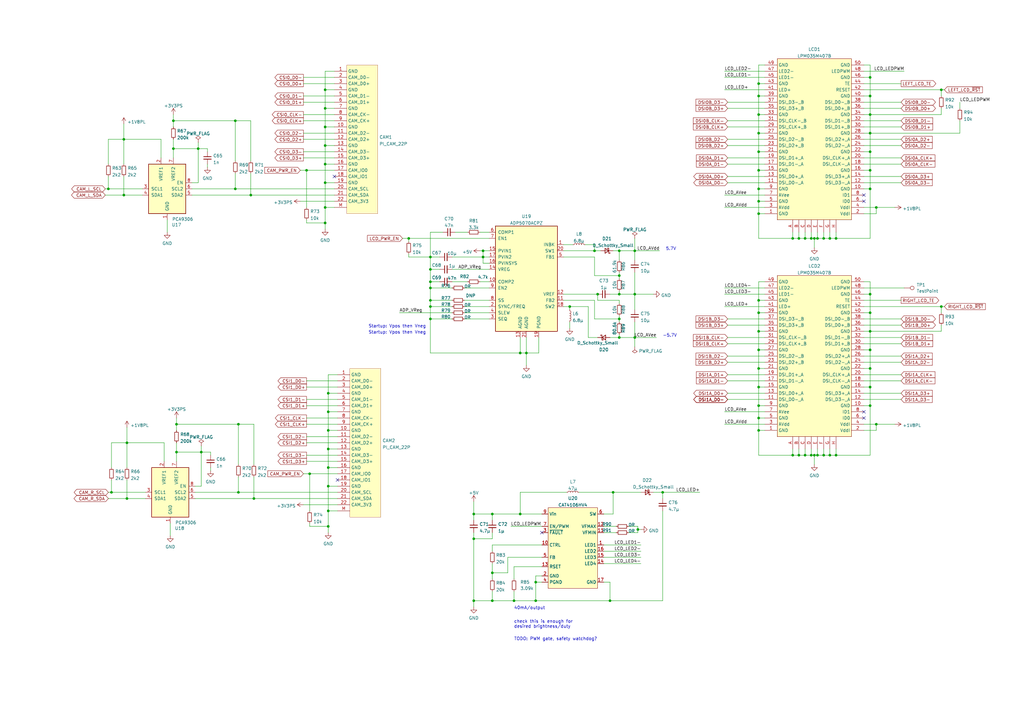
<source format=kicad_sch>
(kicad_sch (version 20211123) (generator eeschema)
  (paper "A3")
  (junction (at 356.87 151.13))
  (junction (at 342.9 97.79))
  (junction (at 96.52 49.53))
  (junction (at 198.12 102.87))
  (junction (at 134.62 215.9))
  (junction (at 311.15 143.51))
  (junction (at 356.87 143.51))
  (junction (at 334.01 97.79))
  (junction (at 356.87 120.65))
  (junction (at 254 102.87))
  (junction (at 311.15 166.37))
  (junction (at 133.35 59.69))
  (junction (at 254 130.81))
  (junction (at 335.28 97.79))
  (junction (at 251.46 201.93))
  (junction (at 311.15 77.47))
  (junction (at 44.45 77.47))
  (junction (at 325.12 97.79))
  (junction (at 340.36 186.69))
  (junction (at 356.87 77.47))
  (junction (at 213.36 144.78))
  (junction (at 194.31 220.98))
  (junction (at 356.87 39.37))
  (junction (at 340.36 97.79))
  (junction (at 311.15 176.53))
  (junction (at 359.41 173.99))
  (junction (at 125.73 69.85))
  (junction (at 260.35 120.65))
  (junction (at 104.14 204.47))
  (junction (at 311.15 69.85))
  (junction (at 133.35 91.44))
  (junction (at 194.31 210.82))
  (junction (at 134.62 161.29))
  (junction (at 327.66 186.69))
  (junction (at 219.71 238.76))
  (junction (at 250.19 246.38))
  (junction (at 359.41 85.09))
  (junction (at 134.62 191.77))
  (junction (at 219.71 246.38))
  (junction (at 311.15 128.27))
  (junction (at 233.68 125.73))
  (junction (at 133.35 52.07))
  (junction (at 311.15 62.23))
  (junction (at 102.87 80.01))
  (junction (at 201.93 234.95))
  (junction (at 97.79 201.93))
  (junction (at 176.53 118.11))
  (junction (at 133.35 85.09))
  (junction (at 176.53 123.19))
  (junction (at 133.35 74.93))
  (junction (at 311.15 123.19))
  (junction (at 311.15 87.63))
  (junction (at 254 120.65))
  (junction (at 72.39 185.42))
  (junction (at 97.79 173.99))
  (junction (at 201.93 246.38))
  (junction (at 134.62 168.91))
  (junction (at 52.07 204.47))
  (junction (at 213.36 210.82))
  (junction (at 332.74 97.79))
  (junction (at 335.28 186.69))
  (junction (at 134.62 199.39))
  (junction (at 356.87 69.85))
  (junction (at 311.15 151.13))
  (junction (at 82.55 185.42))
  (junction (at 133.35 67.31))
  (junction (at 176.53 105.41))
  (junction (at 330.2 97.79))
  (junction (at 356.87 158.75))
  (junction (at 311.15 54.61))
  (junction (at 127 194.31))
  (junction (at 356.87 166.37))
  (junction (at 167.64 97.79))
  (junction (at 386.08 36.83))
  (junction (at 356.87 54.61))
  (junction (at 52.07 181.61))
  (junction (at 50.8 57.15))
  (junction (at 176.53 115.57))
  (junction (at 356.87 62.23))
  (junction (at 96.52 77.47))
  (junction (at 330.2 186.69))
  (junction (at 325.12 186.69))
  (junction (at 176.53 125.73))
  (junction (at 337.82 186.69))
  (junction (at 311.15 39.37))
  (junction (at 176.53 130.81))
  (junction (at 386.08 125.73))
  (junction (at 254 113.03))
  (junction (at 260.35 138.43))
  (junction (at 261.62 217.17))
  (junction (at 311.15 82.55))
  (junction (at 198.12 105.41))
  (junction (at 356.87 135.89))
  (junction (at 45.72 201.93))
  (junction (at 356.87 128.27))
  (junction (at 134.62 209.55))
  (junction (at 134.62 184.15))
  (junction (at 334.01 186.69))
  (junction (at 133.35 44.45))
  (junction (at 337.82 97.79))
  (junction (at 311.15 46.99))
  (junction (at 311.15 158.75))
  (junction (at 176.53 110.49))
  (junction (at 71.12 49.53))
  (junction (at 215.9 144.78))
  (junction (at 194.31 246.38))
  (junction (at 356.87 46.99))
  (junction (at 332.74 186.69))
  (junction (at 201.93 210.82))
  (junction (at 134.62 176.53))
  (junction (at 311.15 34.29))
  (junction (at 133.35 36.83))
  (junction (at 71.12 60.96))
  (junction (at 243.84 102.87))
  (junction (at 311.15 135.89))
  (junction (at 271.78 201.93))
  (junction (at 72.39 173.99))
  (junction (at 342.9 186.69))
  (junction (at 210.82 246.38))
  (junction (at 81.28 60.96))
  (junction (at 245.11 120.65))
  (junction (at 311.15 171.45))
  (junction (at 327.66 97.79))
  (junction (at 260.35 102.87))
  (junction (at 356.87 31.75))
  (junction (at 50.8 80.01))
  (junction (at 254 138.43))
  (no_connect (at 354.33 171.45))
  (no_connect (at 354.33 80.01))
  (no_connect (at 137.16 72.39))
  (no_connect (at 222.25 218.44))
  (no_connect (at 354.33 82.55))
  (no_connect (at 138.43 196.85))
  (no_connect (at 354.33 168.91))
  (wire (pts (xy 327.66 95.25) (xy 327.66 97.79)))
  (wire (pts (xy 356.87 62.23) (xy 356.87 54.61)))
  (wire (pts (xy 251.46 102.87) (xy 254 102.87)))
  (wire (pts (xy 220.98 144.78) (xy 220.98 138.43)))
  (wire (pts (xy 298.45 57.15) (xy 313.69 57.15)))
  (wire (pts (xy 215.9 138.43) (xy 215.9 144.78)))
  (wire (pts (xy 356.87 54.61) (xy 393.7 54.61)))
  (wire (pts (xy 44.45 201.93) (xy 45.72 201.93)))
  (wire (pts (xy 243.84 130.81) (xy 243.84 123.19)))
  (wire (pts (xy 176.53 105.41) (xy 167.64 105.41)))
  (wire (pts (xy 271.78 201.93) (xy 287.02 201.93)))
  (wire (pts (xy 354.33 29.21) (xy 370.84 29.21)))
  (wire (pts (xy 369.57 59.69) (xy 354.33 59.69)))
  (wire (pts (xy 82.55 185.42) (xy 72.39 185.42)))
  (wire (pts (xy 233.68 132.08) (xy 233.68 134.62)))
  (wire (pts (xy 72.39 173.99) (xy 72.39 176.53)))
  (wire (pts (xy 176.53 118.11) (xy 185.42 118.11)))
  (wire (pts (xy 356.87 97.79) (xy 356.87 77.47)))
  (wire (pts (xy 124.46 31.75) (xy 137.16 31.75)))
  (wire (pts (xy 86.36 185.42) (xy 86.36 186.69)))
  (wire (pts (xy 311.15 123.19) (xy 313.69 123.19)))
  (wire (pts (xy 133.35 36.83) (xy 137.16 36.83)))
  (wire (pts (xy 257.81 215.9) (xy 261.62 215.9)))
  (wire (pts (xy 124.46 194.31) (xy 127 194.31)))
  (wire (pts (xy 163.83 128.27) (xy 185.42 128.27)))
  (wire (pts (xy 254 119.38) (xy 254 120.65)))
  (wire (pts (xy 356.87 128.27) (xy 356.87 120.65)))
  (wire (pts (xy 133.35 59.69) (xy 137.16 59.69)))
  (wire (pts (xy 369.57 41.91) (xy 354.33 41.91)))
  (wire (pts (xy 298.45 138.43) (xy 313.69 138.43)))
  (wire (pts (xy 354.33 135.89) (xy 356.87 135.89)))
  (wire (pts (xy 369.57 153.67) (xy 354.33 153.67)))
  (wire (pts (xy 369.57 133.35) (xy 354.33 133.35)))
  (wire (pts (xy 340.36 186.69) (xy 337.82 186.69)))
  (wire (pts (xy 176.53 105.41) (xy 176.53 95.25)))
  (wire (pts (xy 356.87 151.13) (xy 356.87 143.51)))
  (wire (pts (xy 260.35 102.87) (xy 254 102.87)))
  (wire (pts (xy 124.46 41.91) (xy 137.16 41.91)))
  (wire (pts (xy 125.73 91.44) (xy 133.35 91.44)))
  (wire (pts (xy 247.65 223.52) (xy 262.89 223.52)))
  (wire (pts (xy 297.18 125.73) (xy 313.69 125.73)))
  (wire (pts (xy 254 130.81) (xy 243.84 130.81)))
  (wire (pts (xy 354.33 123.19) (xy 369.57 123.19)))
  (wire (pts (xy 133.35 85.09) (xy 133.35 91.44)))
  (wire (pts (xy 247.65 215.9) (xy 252.73 215.9)))
  (wire (pts (xy 176.53 123.19) (xy 176.53 125.73)))
  (wire (pts (xy 50.8 50.8) (xy 50.8 57.15)))
  (wire (pts (xy 337.82 186.69) (xy 337.82 184.15)))
  (wire (pts (xy 330.2 184.15) (xy 330.2 186.69)))
  (wire (pts (xy 96.52 71.12) (xy 96.52 77.47)))
  (wire (pts (xy 271.78 201.93) (xy 267.97 201.93)))
  (wire (pts (xy 325.12 97.79) (xy 327.66 97.79)))
  (wire (pts (xy 254 111.76) (xy 254 113.03)))
  (wire (pts (xy 250.19 138.43) (xy 254 138.43)))
  (wire (pts (xy 176.53 105.41) (xy 176.53 110.49)))
  (wire (pts (xy 50.8 57.15) (xy 66.04 57.15)))
  (wire (pts (xy 44.45 67.31) (xy 44.45 57.15)))
  (wire (pts (xy 125.73 90.17) (xy 125.73 91.44)))
  (wire (pts (xy 194.31 220.98) (xy 194.31 218.44)))
  (wire (pts (xy 311.15 166.37) (xy 311.15 158.75)))
  (wire (pts (xy 356.87 115.57) (xy 354.33 115.57)))
  (wire (pts (xy 134.62 184.15) (xy 138.43 184.15)))
  (wire (pts (xy 201.93 246.38) (xy 210.82 246.38)))
  (wire (pts (xy 125.73 173.99) (xy 138.43 173.99)))
  (wire (pts (xy 251.46 201.93) (xy 262.89 201.93)))
  (wire (pts (xy 231.14 105.41) (xy 243.84 105.41)))
  (wire (pts (xy 335.28 97.79) (xy 334.01 97.79)))
  (wire (pts (xy 311.15 46.99) (xy 313.69 46.99)))
  (wire (pts (xy 198.12 102.87) (xy 200.66 102.87)))
  (wire (pts (xy 243.84 123.19) (xy 231.14 123.19)))
  (wire (pts (xy 194.31 210.82) (xy 201.93 210.82)))
  (wire (pts (xy 133.35 44.45) (xy 133.35 52.07)))
  (wire (pts (xy 134.62 168.91) (xy 134.62 161.29)))
  (wire (pts (xy 297.18 118.11) (xy 313.69 118.11)))
  (wire (pts (xy 354.33 118.11) (xy 370.84 118.11)))
  (wire (pts (xy 257.81 218.44) (xy 261.62 218.44)))
  (wire (pts (xy 198.12 107.95) (xy 198.12 105.41)))
  (wire (pts (xy 354.33 31.75) (xy 356.87 31.75)))
  (wire (pts (xy 124.46 39.37) (xy 137.16 39.37)))
  (wire (pts (xy 386.08 125.73) (xy 387.35 125.73)))
  (wire (pts (xy 335.28 184.15) (xy 335.28 186.69)))
  (wire (pts (xy 250.19 238.76) (xy 247.65 238.76)))
  (wire (pts (xy 176.53 130.81) (xy 176.53 144.78)))
  (wire (pts (xy 176.53 95.25) (xy 181.61 95.25)))
  (wire (pts (xy 96.52 49.53) (xy 96.52 66.04)))
  (wire (pts (xy 354.33 46.99) (xy 356.87 46.99)))
  (wire (pts (xy 185.42 130.81) (xy 176.53 130.81)))
  (wire (pts (xy 311.15 97.79) (xy 311.15 87.63)))
  (wire (pts (xy 208.28 228.6) (xy 208.28 234.95)))
  (wire (pts (xy 176.53 110.49) (xy 176.53 115.57)))
  (wire (pts (xy 194.31 246.38) (xy 201.93 246.38)))
  (wire (pts (xy 133.35 52.07) (xy 137.16 52.07)))
  (wire (pts (xy 44.45 77.47) (xy 58.42 77.47)))
  (wire (pts (xy 335.28 97.79) (xy 337.82 97.79)))
  (wire (pts (xy 261.62 217.17) (xy 261.62 218.44)))
  (wire (pts (xy 298.45 52.07) (xy 313.69 52.07)))
  (wire (pts (xy 311.15 151.13) (xy 311.15 143.51)))
  (wire (pts (xy 354.33 166.37) (xy 356.87 166.37)))
  (wire (pts (xy 208.28 234.95) (xy 201.93 234.95)))
  (wire (pts (xy 340.36 97.79) (xy 337.82 97.79)))
  (wire (pts (xy 369.57 140.97) (xy 354.33 140.97)))
  (wire (pts (xy 369.57 161.29) (xy 354.33 161.29)))
  (wire (pts (xy 124.46 49.53) (xy 137.16 49.53)))
  (wire (pts (xy 254 138.43) (xy 260.35 138.43)))
  (wire (pts (xy 125.73 189.23) (xy 138.43 189.23)))
  (wire (pts (xy 354.33 125.73) (xy 386.08 125.73)))
  (wire (pts (xy 210.82 232.41) (xy 222.25 232.41)))
  (wire (pts (xy 80.01 204.47) (xy 104.14 204.47)))
  (wire (pts (xy 298.45 72.39) (xy 313.69 72.39)))
  (wire (pts (xy 245.11 138.43) (xy 241.3 138.43)))
  (wire (pts (xy 102.87 71.12) (xy 102.87 80.01)))
  (wire (pts (xy 261.62 215.9) (xy 261.62 217.17)))
  (wire (pts (xy 298.45 49.53) (xy 313.69 49.53)))
  (wire (pts (xy 219.71 238.76) (xy 222.25 238.76)))
  (wire (pts (xy 213.36 201.93) (xy 213.36 210.82)))
  (wire (pts (xy 298.45 74.93) (xy 313.69 74.93)))
  (wire (pts (xy 311.15 77.47) (xy 313.69 77.47)))
  (wire (pts (xy 311.15 158.75) (xy 311.15 151.13)))
  (wire (pts (xy 45.72 196.85) (xy 45.72 201.93)))
  (wire (pts (xy 125.73 156.21) (xy 138.43 156.21)))
  (wire (pts (xy 311.15 176.53) (xy 311.15 171.45)))
  (wire (pts (xy 185.42 105.41) (xy 198.12 105.41)))
  (wire (pts (xy 45.72 181.61) (xy 52.07 181.61)))
  (wire (pts (xy 50.8 72.39) (xy 50.8 80.01)))
  (wire (pts (xy 261.62 217.17) (xy 262.89 217.17)))
  (wire (pts (xy 44.45 72.39) (xy 44.45 77.47)))
  (wire (pts (xy 194.31 246.38) (xy 194.31 248.92)))
  (wire (pts (xy 167.64 97.79) (xy 167.64 99.06)))
  (wire (pts (xy 45.72 191.77) (xy 45.72 181.61)))
  (wire (pts (xy 127 194.31) (xy 127 209.55)))
  (wire (pts (xy 356.87 46.99) (xy 356.87 39.37)))
  (wire (pts (xy 124.46 57.15) (xy 137.16 57.15)))
  (wire (pts (xy 354.33 143.51) (xy 356.87 143.51)))
  (wire (pts (xy 369.57 67.31) (xy 354.33 67.31)))
  (wire (pts (xy 71.12 60.96) (xy 71.12 64.77)))
  (wire (pts (xy 369.57 52.07) (xy 354.33 52.07)))
  (wire (pts (xy 297.18 31.75) (xy 313.69 31.75)))
  (wire (pts (xy 354.33 77.47) (xy 356.87 77.47)))
  (wire (pts (xy 311.15 115.57) (xy 313.69 115.57)))
  (wire (pts (xy 176.53 115.57) (xy 180.34 115.57)))
  (wire (pts (xy 356.87 158.75) (xy 356.87 151.13)))
  (wire (pts (xy 43.18 77.47) (xy 44.45 77.47)))
  (wire (pts (xy 369.57 64.77) (xy 354.33 64.77)))
  (wire (pts (xy 44.45 57.15) (xy 50.8 57.15)))
  (wire (pts (xy 334.01 190.5) (xy 334.01 186.69)))
  (wire (pts (xy 176.53 125.73) (xy 185.42 125.73)))
  (wire (pts (xy 185.42 123.19) (xy 176.53 123.19)))
  (wire (pts (xy 311.15 171.45) (xy 313.69 171.45)))
  (wire (pts (xy 254 130.81) (xy 254 132.08)))
  (wire (pts (xy 325.12 186.69) (xy 311.15 186.69)))
  (wire (pts (xy 356.87 135.89) (xy 356.87 128.27)))
  (wire (pts (xy 194.31 220.98) (xy 194.31 246.38)))
  (wire (pts (xy 369.57 146.05) (xy 354.33 146.05)))
  (wire (pts (xy 165.1 97.79) (xy 167.64 97.79)))
  (wire (pts (xy 72.39 173.99) (xy 97.79 173.99)))
  (wire (pts (xy 298.45 148.59) (xy 313.69 148.59)))
  (wire (pts (xy 219.71 238.76) (xy 219.71 236.22)))
  (wire (pts (xy 125.73 171.45) (xy 138.43 171.45)))
  (wire (pts (xy 311.15 26.67) (xy 313.69 26.67)))
  (wire (pts (xy 201.93 218.44) (xy 201.93 220.98)))
  (wire (pts (xy 186.69 95.25) (xy 191.77 95.25)))
  (wire (pts (xy 213.36 144.78) (xy 215.9 144.78)))
  (wire (pts (xy 104.14 195.58) (xy 104.14 204.47)))
  (wire (pts (xy 185.42 110.49) (xy 200.66 110.49)))
  (wire (pts (xy 354.33 69.85) (xy 356.87 69.85)))
  (wire (pts (xy 200.66 107.95) (xy 198.12 107.95)))
  (wire (pts (xy 271.78 246.38) (xy 250.19 246.38)))
  (wire (pts (xy 356.87 39.37) (xy 356.87 31.75)))
  (wire (pts (xy 298.45 59.69) (xy 313.69 59.69)))
  (wire (pts (xy 201.93 210.82) (xy 213.36 210.82)))
  (wire (pts (xy 356.87 166.37) (xy 356.87 158.75)))
  (wire (pts (xy 190.5 125.73) (xy 200.66 125.73)))
  (wire (pts (xy 134.62 153.67) (xy 134.62 161.29)))
  (wire (pts (xy 354.33 173.99) (xy 359.41 173.99)))
  (wire (pts (xy 311.15 69.85) (xy 311.15 62.23)))
  (wire (pts (xy 52.07 196.85) (xy 52.07 204.47)))
  (wire (pts (xy 71.12 49.53) (xy 96.52 49.53)))
  (wire (pts (xy 102.87 49.53) (xy 96.52 49.53)))
  (wire (pts (xy 369.57 148.59) (xy 354.33 148.59)))
  (wire (pts (xy 271.78 204.47) (xy 271.78 201.93)))
  (wire (pts (xy 241.3 138.43) (xy 241.3 125.73)))
  (wire (pts (xy 127 215.9) (xy 134.62 215.9)))
  (wire (pts (xy 342.9 97.79) (xy 342.9 95.25)))
  (wire (pts (xy 386.08 133.35) (xy 386.08 135.89)))
  (wire (pts (xy 241.3 125.73) (xy 233.68 125.73)))
  (wire (pts (xy 97.79 195.58) (xy 97.79 201.93)))
  (wire (pts (xy 190.5 128.27) (xy 200.66 128.27)))
  (wire (pts (xy 78.74 74.93) (xy 81.28 74.93)))
  (wire (pts (xy 254 120.65) (xy 260.35 120.65)))
  (wire (pts (xy 124.46 64.77) (xy 137.16 64.77)))
  (wire (pts (xy 335.28 95.25) (xy 335.28 97.79)))
  (wire (pts (xy 311.15 123.19) (xy 311.15 115.57)))
  (wire (pts (xy 354.33 158.75) (xy 356.87 158.75)))
  (wire (pts (xy 297.18 29.21) (xy 313.69 29.21)))
  (wire (pts (xy 356.87 77.47) (xy 356.87 69.85)))
  (wire (pts (xy 311.15 39.37) (xy 311.15 34.29)))
  (wire (pts (xy 134.62 168.91) (xy 134.62 176.53)))
  (wire (pts (xy 311.15 54.61) (xy 311.15 46.99)))
  (wire (pts (xy 254 113.03) (xy 243.84 113.03)))
  (wire (pts (xy 311.15 62.23) (xy 313.69 62.23)))
  (wire (pts (xy 104.14 204.47) (xy 138.43 204.47)))
  (wire (pts (xy 354.33 62.23) (xy 356.87 62.23)))
  (wire (pts (xy 332.74 95.25) (xy 332.74 97.79)))
  (wire (pts (xy 369.57 138.43) (xy 354.33 138.43)))
  (wire (pts (xy 311.15 143.51) (xy 313.69 143.51)))
  (wire (pts (xy 359.41 173.99) (xy 367.03 173.99)))
  (wire (pts (xy 271.78 209.55) (xy 271.78 246.38)))
  (wire (pts (xy 332.74 97.79) (xy 334.01 97.79)))
  (wire (pts (xy 354.33 36.83) (xy 386.08 36.83)))
  (wire (pts (xy 359.41 85.09) (xy 367.03 85.09)))
  (wire (pts (xy 393.7 49.53) (xy 393.7 54.61)))
  (wire (pts (xy 231.14 120.65) (xy 245.11 120.65)))
  (wire (pts (xy 72.39 185.42) (xy 72.39 189.23)))
  (wire (pts (xy 254 137.16) (xy 254 138.43)))
  (wire (pts (xy 297.18 80.01) (xy 313.69 80.01)))
  (wire (pts (xy 102.87 66.04) (xy 102.87 49.53)))
  (wire (pts (xy 337.82 97.79) (xy 337.82 95.25)))
  (wire (pts (xy 137.16 74.93) (xy 133.35 74.93)))
  (wire (pts (xy 137.16 29.21) (xy 133.35 29.21)))
  (wire (pts (xy 327.66 97.79) (xy 330.2 97.79)))
  (wire (pts (xy 369.57 44.45) (xy 354.33 44.45)))
  (wire (pts (xy 369.57 156.21) (xy 354.33 156.21)))
  (wire (pts (xy 260.35 120.65) (xy 267.97 120.65)))
  (wire (pts (xy 260.35 102.87) (xy 270.51 102.87)))
  (wire (pts (xy 71.12 49.53) (xy 71.12 52.07)))
  (wire (pts (xy 133.35 85.09) (xy 137.16 85.09)))
  (wire (pts (xy 354.33 151.13) (xy 356.87 151.13)))
  (wire (pts (xy 359.41 173.99) (xy 359.41 176.53)))
  (wire (pts (xy 72.39 181.61) (xy 72.39 185.42)))
  (wire (pts (xy 298.45 146.05) (xy 313.69 146.05)))
  (wire (pts (xy 176.53 118.11) (xy 176.53 115.57)))
  (wire (pts (xy 194.31 205.74) (xy 194.31 210.82)))
  (wire (pts (xy 219.71 236.22) (xy 222.25 236.22)))
  (wire (pts (xy 298.45 140.97) (xy 313.69 140.97)))
  (wire (pts (xy 369.57 130.81) (xy 354.33 130.81)))
  (wire (pts (xy 219.71 246.38) (xy 250.19 246.38)))
  (wire (pts (xy 311.15 135.89) (xy 311.15 128.27)))
  (wire (pts (xy 215.9 144.78) (xy 220.98 144.78)))
  (wire (pts (xy 200.66 105.41) (xy 198.12 105.41)))
  (wire (pts (xy 52.07 175.26) (xy 52.07 181.61)))
  (wire (pts (xy 97.79 173.99) (xy 97.79 190.5)))
  (wire (pts (xy 369.57 74.93) (xy 354.33 74.93)))
  (wire (pts (xy 134.62 209.55) (xy 138.43 209.55)))
  (wire (pts (xy 354.33 87.63) (xy 359.41 87.63)))
  (wire (pts (xy 298.45 133.35) (xy 313.69 133.35)))
  (wire (pts (xy 45.72 201.93) (xy 59.69 201.93)))
  (wire (pts (xy 342.9 186.69) (xy 342.9 184.15)))
  (wire (pts (xy 250.19 246.38) (xy 250.19 238.76)))
  (wire (pts (xy 340.36 184.15) (xy 340.36 186.69)))
  (wire (pts (xy 327.66 186.69) (xy 330.2 186.69)))
  (wire (pts (xy 369.57 49.53) (xy 354.33 49.53)))
  (wire (pts (xy 96.52 77.47) (xy 137.16 77.47)))
  (wire (pts (xy 354.33 128.27) (xy 356.87 128.27)))
  (wire (pts (xy 260.35 138.43) (xy 260.35 142.24)))
  (wire (pts (xy 311.15 186.69) (xy 311.15 176.53)))
  (wire (pts (xy 356.87 26.67) (xy 354.33 26.67)))
  (wire (pts (xy 311.15 34.29) (xy 313.69 34.29)))
  (wire (pts (xy 125.73 69.85) (xy 137.16 69.85)))
  (wire (pts (xy 44.45 204.47) (xy 52.07 204.47)))
  (wire (pts (xy 66.04 57.15) (xy 66.04 64.77)))
  (wire (pts (xy 134.62 184.15) (xy 134.62 176.53)))
  (wire (pts (xy 133.35 74.93) (xy 133.35 85.09)))
  (wire (pts (xy 311.15 135.89) (xy 313.69 135.89)))
  (wire (pts (xy 260.35 97.79) (xy 260.35 102.87)))
  (wire (pts (xy 137.16 44.45) (xy 133.35 44.45)))
  (wire (pts (xy 125.73 186.69) (xy 138.43 186.69)))
  (wire (pts (xy 201.93 220.98) (xy 194.31 220.98)))
  (wire (pts (xy 311.15 54.61) (xy 313.69 54.61)))
  (wire (pts (xy 251.46 210.82) (xy 247.65 210.82)))
  (wire (pts (xy 72.39 171.45) (xy 72.39 173.99)))
  (wire (pts (xy 311.15 62.23) (xy 311.15 54.61)))
  (wire (pts (xy 78.74 77.47) (xy 96.52 77.47)))
  (wire (pts (xy 340.36 95.25) (xy 340.36 97.79)))
  (wire (pts (xy 311.15 176.53) (xy 313.69 176.53)))
  (wire (pts (xy 311.15 166.37) (xy 313.69 166.37)))
  (wire (pts (xy 78.74 80.01) (xy 102.87 80.01)))
  (wire (pts (xy 311.15 82.55) (xy 313.69 82.55)))
  (wire (pts (xy 104.14 190.5) (xy 104.14 173.99)))
  (wire (pts (xy 125.73 69.85) (xy 125.73 85.09)))
  (wire (pts (xy 80.01 199.39) (xy 82.55 199.39)))
  (wire (pts (xy 124.46 34.29) (xy 137.16 34.29)))
  (wire (pts (xy 127 214.63) (xy 127 215.9)))
  (wire (pts (xy 369.57 72.39) (xy 354.33 72.39)))
  (wire (pts (xy 231.14 100.33) (xy 234.95 100.33)))
  (wire (pts (xy 298.45 64.77) (xy 313.69 64.77)))
  (wire (pts (xy 311.15 87.63) (xy 311.15 82.55)))
  (wire (pts (xy 97.79 201.93) (xy 138.43 201.93)))
  (wire (pts (xy 209.55 215.9) (xy 222.25 215.9)))
  (wire (pts (xy 133.35 44.45) (xy 133.35 36.83)))
  (wire (pts (xy 201.93 234.95) (xy 201.93 237.49)))
  (wire (pts (xy 260.35 138.43) (xy 260.35 132.08)))
  (wire (pts (xy 386.08 36.83) (xy 386.08 39.37)))
  (wire (pts (xy 134.62 199.39) (xy 134.62 209.55)))
  (wire (pts (xy 134.62 199.39) (xy 134.62 191.77)))
  (wire (pts (xy 297.18 85.09) (xy 313.69 85.09)))
  (wire (pts (xy 254 124.46) (xy 254 123.19)))
  (wire (pts (xy 251.46 201.93) (xy 251.46 210.82)))
  (wire (pts (xy 102.87 80.01) (xy 137.16 80.01)))
  (wire (pts (xy 201.93 223.52) (xy 222.25 223.52)))
  (wire (pts (xy 311.15 158.75) (xy 313.69 158.75)))
  (wire (pts (xy 167.64 97.79) (xy 200.66 97.79)))
  (wire (pts (xy 222.25 228.6) (xy 208.28 228.6)))
  (wire (pts (xy 298.45 130.81) (xy 313.69 130.81)))
  (wire (pts (xy 104.14 173.99) (xy 97.79 173.99)))
  (wire (pts (xy 133.35 59.69) (xy 133.35 52.07)))
  (wire (pts (xy 81.28 60.96) (xy 85.09 60.96)))
  (wire (pts (xy 311.15 143.51) (xy 311.15 135.89)))
  (wire (pts (xy 311.15 87.63) (xy 313.69 87.63)))
  (wire (pts (xy 134.62 161.29) (xy 138.43 161.29)))
  (wire (pts (xy 124.46 207.01) (xy 138.43 207.01)))
  (wire (pts (xy 82.55 182.88) (xy 82.55 185.42)))
  (wire (pts (xy 237.49 201.93) (xy 251.46 201.93)))
  (wire (pts (xy 201.93 242.57) (xy 201.93 246.38)))
  (wire (pts (xy 201.93 210.82) (xy 201.93 213.36)))
  (wire (pts (xy 369.57 57.15) (xy 354.33 57.15)))
  (wire (pts (xy 327.66 184.15) (xy 327.66 186.69)))
  (wire (pts (xy 330.2 186.69) (xy 332.74 186.69)))
  (wire (pts (xy 356.87 120.65) (xy 356.87 115.57)))
  (wire (pts (xy 81.28 58.42) (xy 81.28 60.96)))
  (wire (pts (xy 311.15 171.45) (xy 311.15 166.37)))
  (wire (pts (xy 311.15 34.29) (xy 311.15 26.67)))
  (wire (pts (xy 311.15 39.37) (xy 313.69 39.37)))
  (wire (pts (xy 82.55 185.42) (xy 86.36 185.42)))
  (wire (pts (xy 81.28 74.93) (xy 81.28 60.96)))
  (wire (pts (xy 198.12 105.41) (xy 198.12 102.87)))
  (wire (pts (xy 335.28 186.69) (xy 337.82 186.69)))
  (wire (pts (xy 354.33 120.65) (xy 356.87 120.65)))
  (wire (pts (xy 219.71 246.38) (xy 219.71 238.76)))
  (wire (pts (xy 311.15 151.13) (xy 313.69 151.13)))
  (wire (pts (xy 215.9 144.78) (xy 215.9 149.86)))
  (wire (pts (xy 386.08 135.89) (xy 356.87 135.89)))
  (wire (pts (xy 298.45 41.91) (xy 313.69 41.91)))
  (wire (pts (xy 124.46 46.99) (xy 137.16 46.99)))
  (wire (pts (xy 311.15 69.85) (xy 313.69 69.85)))
  (wire (pts (xy 332.74 184.15) (xy 332.74 186.69)))
  (wire (pts (xy 231.14 102.87) (xy 243.84 102.87)))
  (wire (pts (xy 231.14 125.73) (xy 233.68 125.73)))
  (wire (pts (xy 298.45 156.21) (xy 313.69 156.21)))
  (wire (pts (xy 260.35 120.65) (xy 260.35 127)))
  (wire (pts (xy 86.36 191.77) (xy 86.36 193.04)))
  (wire (pts (xy 210.82 242.57) (xy 210.82 246.38)))
  (wire (pts (xy 125.73 179.07) (xy 138.43 179.07)))
  (wire (pts (xy 125.73 166.37) (xy 138.43 166.37)))
  (wire (pts (xy 254 123.19) (xy 245.11 123.19)))
  (wire (pts (xy 359.41 85.09) (xy 359.41 87.63)))
  (wire (pts (xy 298.45 161.29) (xy 313.69 161.29)))
  (wire (pts (xy 311.15 82.55) (xy 311.15 77.47)))
  (wire (pts (xy 325.12 186.69) (xy 327.66 186.69)))
  (wire (pts (xy 123.19 69.85) (xy 125.73 69.85)))
  (wire (pts (xy 342.9 97.79) (xy 356.87 97.79)))
  (wire (pts (xy 210.82 237.49) (xy 210.82 232.41)))
  (wire (pts (xy 386.08 44.45) (xy 386.08 46.99)))
  (wire (pts (xy 354.33 176.53) (xy 359.41 176.53)))
  (wire (pts (xy 356.87 31.75) (xy 356.87 26.67)))
  (wire (pts (xy 325.12 97.79) (xy 311.15 97.79)))
  (wire (pts (xy 311.15 77.47) (xy 311.15 69.85)))
  (wire (pts (xy 52.07 181.61) (xy 67.31 181.61)))
  (wire (pts (xy 369.57 163.83) (xy 354.33 163.83)))
  (wire (pts (xy 190.5 130.81) (xy 200.66 130.81)))
  (wire (pts (xy 82.55 199.39) (xy 82.55 185.42)))
  (wire (pts (xy 190.5 123.19) (xy 200.66 123.19)))
  (wire (pts (xy 386.08 36.83) (xy 387.35 36.83)))
  (wire (pts (xy 243.84 102.87) (xy 246.38 102.87)))
  (wire (pts (xy 125.73 181.61) (xy 138.43 181.61)))
  (wire (pts (xy 386.08 46.99) (xy 356.87 46.99)))
  (wire (pts (xy 133.35 29.21) (xy 133.35 36.83)))
  (wire (pts (xy 334.01 101.6) (xy 334.01 97.79)))
  (wire (pts (xy 52.07 204.47) (xy 59.69 204.47)))
  (wire (pts (xy 85.09 67.31) (xy 85.09 68.58)))
  (wire (pts (xy 354.33 85.09) (xy 359.41 85.09)))
  (wire (pts (xy 356.87 54.61) (xy 356.87 46.99)))
  (wire (pts (xy 127 194.31) (xy 138.43 194.31)))
  (wire (pts (xy 356.87 186.69) (xy 356.87 166.37)))
  (wire (pts (xy 247.65 228.6) (xy 262.89 228.6)))
  (wire (pts (xy 297.18 120.65) (xy 313.69 120.65)))
  (wire (pts (xy 386.08 125.73) (xy 386.08 128.27)))
  (wire (pts (xy 298.45 44.45) (xy 313.69 44.45)))
  (wire (pts (xy 124.46 54.61) (xy 137.16 54.61)))
  (wire (pts (xy 342.9 186.69) (xy 356.87 186.69)))
  (wire (pts (xy 201.93 226.06) (xy 201.93 223.52)))
  (wire (pts (xy 213.36 210.82) (xy 222.25 210.82)))
  (wire (pts (xy 254 102.87) (xy 254 106.68)))
  (wire (pts (xy 68.58 90.17) (xy 68.58 95.25)))
  (wire (pts (xy 354.33 39.37) (xy 356.87 39.37)))
  (wire (pts (xy 243.84 100.33) (xy 240.03 100.33)))
  (wire (pts (xy 43.18 80.01) (xy 50.8 80.01)))
  (wire (pts (xy 133.35 91.44) (xy 133.35 93.98)))
  (wire (pts (xy 311.15 128.27) (xy 311.15 123.19)))
  (wire (pts (xy 124.46 62.23) (xy 137.16 62.23)))
  (wire (pts (xy 190.5 118.11) (xy 200.66 118.11)))
  (wire (pts (xy 247.65 226.06) (xy 262.89 226.06)))
  (wire (pts (xy 298.45 67.31) (xy 313.69 67.31)))
  (wire (pts (xy 335.28 186.69) (xy 334.01 186.69)))
  (wire (pts (xy 201.93 231.14) (xy 201.93 234.95)))
  (wire (pts (xy 52.07 181.61) (xy 52.07 191.77)))
  (wire (pts (xy 167.64 105.41) (xy 167.64 104.14)))
  (wire (pts (xy 133.35 74.93) (xy 133.35 67.31)))
  (wire (pts (xy 85.09 60.96) (xy 85.09 62.23)))
  (wire (pts (xy 213.36 138.43) (xy 213.36 144.78)))
  (wire (pts (xy 247.65 218.44) (xy 252.73 218.44)))
  (wire (pts (xy 247.65 231.14) (xy 262.89 231.14)))
  (wire (pts (xy 125.73 163.83) (xy 138.43 163.83)))
  (wire (pts (xy 298.45 163.83) (xy 313.69 163.83)))
  (wire (pts (xy 196.85 115.57) (xy 200.66 115.57)))
  (wire (pts (xy 71.12 46.99) (xy 71.12 49.53)))
  (wire (pts (xy 138.43 153.67) (xy 134.62 153.67)))
  (wire (pts (xy 50.8 80.01) (xy 58.42 80.01)))
  (wire (pts (xy 356.87 143.51) (xy 356.87 135.89)))
  (wire (pts (xy 298.45 153.67) (xy 313.69 153.67)))
  (wire (pts (xy 243.84 113.03) (xy 243.84 105.41)))
  (wire (pts (xy 260.35 111.76) (xy 260.35 120.65)))
  (wire (pts (xy 297.18 168.91) (xy 313.69 168.91)))
  (wire (pts (xy 134.62 191.77) (xy 134.62 184.15)))
  (wire (pts (xy 176.53 105.41) (xy 180.34 105.41)))
  (wire (pts (xy 69.85 214.63) (xy 69.85 219.71)))
  (wire (pts (xy 297.18 36.83) (xy 313.69 36.83)))
  (wire (pts (xy 330.2 95.25) (xy 330.2 97.79)))
  (wire (pts (xy 134.62 215.9) (xy 134.62 218.44)))
  (wire (pts (xy 332.74 186.69) (xy 334.01 186.69)))
  (wire (pts (xy 311.15 128.27) (xy 313.69 128.27)))
  (wire (pts (xy 245.11 123.19) (xy 245.11 120.65)))
  (wire (pts (xy 133.35 67.31) (xy 133.35 59.69)))
  (wire (pts (xy 340.36 97.79) (xy 342.9 97.79)))
  (wire (pts (xy 260.35 106.68) (xy 260.35 102.87)))
  (wire (pts (xy 254 129.54) (xy 254 130.81)))
  (wire (pts (xy 210.82 246.38) (xy 219.71 246.38)))
  (wire (pts (xy 311.15 46.99) (xy 311.15 39.37)))
  (wire (pts (xy 354.33 54.61) (xy 356.87 54.61)))
  (wire (pts (xy 196.85 102.87) (xy 198.12 102.87)))
  (wire (pts (xy 138.43 168.91) (xy 134.62 168.91)))
  (wire (pts (xy 133.35 67.31) (xy 137.16 67.31)))
  (wire (pts (xy 254 113.03) (xy 254 114.3)))
  (wire (pts (xy 196.85 95.25) (xy 200.66 95.25)))
  (wire (pts (xy 297.18 173.99) (xy 313.69 173.99)))
  (wire (pts (xy 125.73 158.75) (xy 138.43 158.75)))
  (wire (pts (xy 80.01 201.93) (xy 97.79 201.93)))
  (wire (pts (xy 393.7 41.91) (xy 393.7 44.45)))
  (wire (pts (xy 176.53 130.81) (xy 176.53 125.73)))
  (wire (pts (xy 176.53 144.78) (xy 213.36 144.78)))
  (wire (pts (xy 71.12 57.15) (xy 71.12 60.96)))
  (wire (pts (xy 134.62 191.77) (xy 138.43 191.77)))
  (wire (pts (xy 134.62 209.55) (xy 134.62 215.9)))
  (wire (pts (xy 176.53 110.49) (xy 180.34 110.49)))
  (wire (pts (xy 67.31 181.61) (xy 67.31 189.23)))
  (wire (pts (xy 123.19 82.55) (xy 137.16 82.55)))
  (wire (pts (xy 185.42 115.57) (xy 191.77 115.57)))
  (wire (pts (xy 330.2 97.79) (xy 332.74 97.79)))
  (wire (pts (xy 194.31 210.82) (xy 194.31 213.36)))
  (wire (pts (xy 233.68 125.73) (xy 233.68 127)))
  (wire (pts (xy 50.8 57.15) (xy 50.8 67.31)))
  (wire (pts (xy 260.35 138.43) (xy 269.24 138.43)))
  (wire (pts (xy 354.33 34.29) (xy 369.57 34.29)))
  (wire (pts (xy 176.53 123.19) (xy 176.53 118.11)))
  (wire (pts (xy 232.41 201.93) (xy 213.36 201.93)))
  (wire (pts (xy 250.19 120.65) (xy 254 120.65)))
  (wire (pts (xy 325.12 97.79) (xy 325.12 95.25)))
  (wire (pts (xy 356.87 69.85) (xy 356.87 62.23)))
  (wire (pts (xy 243.84 102.87) (xy 243.84 100.33)))
  (wire (pts (xy 340.36 186.69) (xy 342.9 186.69)))
  (wire (pts (xy 325.12 186.69) (xy 325.12 184.15)))
  (wire (pts (xy 138.43 199.39) (xy 134.62 199.39)))
  (wire (pts (xy 134.62 176.53) (xy 138.43 176.53)))
  (wire (pts (xy 81.28 60.96) (xy 71.12 60.96)))
  (text "40mA/output" (at 210.82 250.19 0) (effects (font (size 1.27 1.27)) (justify left bottom)))
  (text "TODO: PWM gate, safety watchdog?" (at 210.82 262.89 0) (effects (font (size 1.27 1.27)) (justify left bottom)))
  (text "check this is enough for\ndesired brightness/duty" (at 210.82 257.81 0) (effects (font (size 1.27 1.27)) (justify left bottom)))
  (text "5.7V" (at 273.05 102.87 0) (effects (font (size 1.27 1.27)) (justify left bottom)))
  (text "Startup: Vpos then Vneg" (at 151.13 134.62 0) (effects (font (size 1.27 1.27)) (justify left bottom)))
  (text "-5.7V" (at 271.78 138.43 0) (effects (font (size 1.27 1.27)) (justify left bottom)))
  (text "Startup: Vpos then Vneg" (at 151.13 137.16 0) (effects (font (size 1.27 1.27)) (justify left bottom)))
  (label "LCD_LED1-" (at 262.89 223.52 180))
  (label "LCD_LED3-" (at 262.89 228.6 180))
  (label "LCD_LED3-" (at 297.18 120.65 0))
  (label "LCD_LED+" (at 287.02 201.93 180))
  (label "LCD_LED+" (at 297.18 125.73 0))
  (label "LCD_AVdd" (at 270.51 102.87 180))
  (label "LCD_AVdd" (at 297.18 85.09 0))
  (label "ADP_VReg" (at 187.96 110.49 0))
  (label "LCD_LED2-" (at 262.89 226.06 180))
  (label "LCD_LED4-" (at 297.18 118.11 0))
  (label "LCD_AVee" (at 297.18 168.91 0))
  (label "ADP_VReg" (at 163.83 128.27 0))
  (label "LCD_AVee" (at 269.24 138.43 180))
  (label "LCD_LED1-" (at 297.18 31.75 0))
  (label "LCD_LEDPWM" (at 393.7 41.91 0))
  (label "LCD_LED4-" (at 262.89 231.14 180))
  (label "LCD_AVdd" (at 297.18 173.99 0))
  (label "LCD_LED+" (at 297.18 36.83 0))
  (label "LCD_LED2-" (at 297.18 29.21 0))
  (label "LCD_AVee" (at 297.18 80.01 0))
  (label "LCD_LEDPWM" (at 370.84 29.21 180))
  (label "LCD_LEDPWM" (at 209.55 215.9 0))
  (global_label "DSI0B_D2+" (shape input) (at 298.45 59.69 180) (property "Intersheet References" "${INTERSHEET_REFS}" (effects hide)))
  (global_label "LCD_PWR_EN" (shape input) (at 165.1 97.79 180) (property "Intersheet References" "${INTERSHEET_REFS}" (effects hide)))
  (global_label "CSI1_D2-" (shape output) (at 125.73 179.07 180) (property "Intersheet References" "${INTERSHEET_REFS}" (effects hide)))
  (global_label "DSI1A_D0+" (shape bidirectional) (at 298.45 161.29 180) (property "Intersheet References" "${INTERSHEET_REFS}" (effects hide)))
  (global_label "DSI1A_CLK+" (shape input) (at 369.57 153.67 0) (property "Intersheet References" "${INTERSHEET_REFS}" (effects hide)))
  (global_label "DSI1B_D2-" (shape input) (at 298.45 146.05 180) (property "Intersheet References" "${INTERSHEET_REFS}" (effects hide)))
  (global_label "DSI0B_D1-" (shape input) (at 369.57 49.53 0) (property "Intersheet References" "${INTERSHEET_REFS}" (effects hide)))
  (global_label "DSI0B_CLK+" (shape input) (at 298.45 52.07 180) (property "Intersheet References" "${INTERSHEET_REFS}" (effects hide)))
  (global_label "DSI1B_D1+" (shape input) (at 369.57 140.97 0) (property "Intersheet References" "${INTERSHEET_REFS}" (effects hide)))
  (global_label "CAM_R_SDA" (shape bidirectional) (at 44.45 204.47 180) (property "Intersheet References" "${INTERSHEET_REFS}" (effects hide)))
  (global_label "CSI0_D0-" (shape output) (at 124.46 31.75 180) (property "Intersheet References" "${INTERSHEET_REFS}" (effects hide)))
  (global_label "DSI0A_D2+" (shape input) (at 369.57 57.15 0) (property "Intersheet References" "${INTERSHEET_REFS}" (effects hide)))
  (global_label "CSI0_D1+" (shape output) (at 124.46 41.91 180) (property "Intersheet References" "${INTERSHEET_REFS}" (effects hide)))
  (global_label "CSI1_D1-" (shape output) (at 125.73 163.83 180) (property "Intersheet References" "${INTERSHEET_REFS}" (effects hide)))
  (global_label "DSI1B_D2+" (shape input) (at 298.45 148.59 180) (property "Intersheet References" "${INTERSHEET_REFS}" (effects hide)))
  (global_label "RIGHT_LCD_TE" (shape output) (at 369.57 123.19 0) (property "Intersheet References" "${INTERSHEET_REFS}" (effects hide)))
  (global_label "DSI0A_D1+" (shape input) (at 298.45 64.77 180) (property "Intersheet References" "${INTERSHEET_REFS}" (effects hide)))
  (global_label "DSI0A_CLK-" (shape input) (at 369.57 67.31 0) (property "Intersheet References" "${INTERSHEET_REFS}" (effects hide)))
  (global_label "DSI1A_D0-" (shape bidirectional) (at 298.45 163.83 180) (property "Intersheet References" "${INTERSHEET_REFS}" (effects hide)))
  (global_label "CAM_L_SDA" (shape bidirectional) (at 43.18 80.01 180) (property "Intersheet References" "${INTERSHEET_REFS}" (effects hide)))
  (global_label "DSI1B_D3-" (shape input) (at 298.45 130.81 180) (property "Intersheet References" "${INTERSHEET_REFS}" (effects hide)))
  (global_label "DSI0A_D2-" (shape input) (at 369.57 59.69 0) (property "Intersheet References" "${INTERSHEET_REFS}" (effects hide)))
  (global_label "CSI1_D0-" (shape output) (at 125.73 156.21 180) (property "Intersheet References" "${INTERSHEET_REFS}" (effects hide)))
  (global_label "DSI0B_D0-" (shape bidirectional) (at 369.57 41.91 0) (property "Intersheet References" "${INTERSHEET_REFS}" (effects hide)))
  (global_label "DSI0A_D3-" (shape input) (at 369.57 74.93 0) (property "Intersheet References" "${INTERSHEET_REFS}" (effects hide)))
  (global_label "DSI0B_D0+" (shape bidirectional) (at 369.57 44.45 0) (property "Intersheet References" "${INTERSHEET_REFS}" (effects hide)))
  (global_label "DSI0B_D3-" (shape input) (at 298.45 41.91 180) (property "Intersheet References" "${INTERSHEET_REFS}" (effects hide)))
  (global_label "DSI0B_CLK-" (shape input) (at 298.45 49.53 180) (property "Intersheet References" "${INTERSHEET_REFS}" (effects hide)))
  (global_label "CAM_PWR_EN" (shape input) (at 124.46 194.31 180) (property "Intersheet References" "${INTERSHEET_REFS}" (effects hide)))
  (global_label "DSI0A_CLK+" (shape input) (at 369.57 64.77 0) (property "Intersheet References" "${INTERSHEET_REFS}" (effects hide)))
  (global_label "DSI1A_D1+" (shape input) (at 298.45 153.67 180) (property "Intersheet References" "${INTERSHEET_REFS}" (effects hide)))
  (global_label "CSI1_D2+" (shape output) (at 125.73 181.61 180) (property "Intersheet References" "${INTERSHEET_REFS}" (effects hide)))
  (global_label "CSI1_D1+" (shape output) (at 125.73 166.37 180) (property "Intersheet References" "${INTERSHEET_REFS}" (effects hide)))
  (global_label "DSI1A_D1-" (shape input) (at 298.45 156.21 180) (property "Intersheet References" "${INTERSHEET_REFS}" (effects hide)))
  (global_label "CSI0_CLK+" (shape output) (at 124.46 49.53 180) (property "Intersheet References" "${INTERSHEET_REFS}" (effects hide)))
  (global_label "DSI1A_D2-" (shape input) (at 369.57 148.59 0) (property "Intersheet References" "${INTERSHEET_REFS}" (effects hide)))
  (global_label "DSI0A_D3+" (shape input) (at 369.57 72.39 0) (property "Intersheet References" "${INTERSHEET_REFS}" (effects hide)))
  (global_label "DSI1A_D2+" (shape input) (at 369.57 146.05 0) (property "Intersheet References" "${INTERSHEET_REFS}" (effects hide)))
  (global_label "DSI1B_CLK+" (shape input) (at 298.45 140.97 180) (property "Intersheet References" "${INTERSHEET_REFS}" (effects hide)))
  (global_label "LEFT_LCD_TE" (shape output) (at 369.57 34.29 0) (property "Intersheet References" "${INTERSHEET_REFS}" (effects hide)))
  (global_label "CSI0_D3+" (shape output) (at 124.46 64.77 180) (property "Intersheet References" "${INTERSHEET_REFS}" (effects hide)))
  (global_label "CSI1_D3+" (shape output) (at 125.73 189.23 180) (property "Intersheet References" "${INTERSHEET_REFS}" (effects hide)))
  (global_label "CAM_PWR_EN" (shape input) (at 123.19 69.85 180) (property "Intersheet References" "${INTERSHEET_REFS}" (effects hide)))
  (global_label "DSI0A_D0+" (shape bidirectional) (at 298.45 72.39 180) (property "Intersheet References" "${INTERSHEET_REFS}" (effects hide)))
  (global_label "DSI1A_D3-" (shape input) (at 369.57 163.83 0) (property "Intersheet References" "${INTERSHEET_REFS}" (effects hide)))
  (global_label "DSI0A_D1-" (shape input) (at 298.45 67.31 180) (property "Intersheet References" "${INTERSHEET_REFS}" (effects hide)))
  (global_label "DSI0B_D3+" (shape input) (at 298.45 44.45 180) (property "Intersheet References" "${INTERSHEET_REFS}" (effects hide)))
  (global_label "CSI1_CLK+" (shape output) (at 125.73 173.99 180) (property "Intersheet References" "${INTERSHEET_REFS}" (effects hide)))
  (global_label "CAM_R_SCL" (shape bidirectional) (at 44.45 201.93 180) (property "Intersheet References" "${INTERSHEET_REFS}" (effects hide)))
  (global_label "CSI0_D2-" (shape output) (at 124.46 54.61 180) (property "Intersheet References" "${INTERSHEET_REFS}" (effects hide)))
  (global_label "CSI0_D3-" (shape output) (at 124.46 62.23 180) (property "Intersheet References" "${INTERSHEET_REFS}" (effects hide)))
  (global_label "CSI1_D0+" (shape output) (at 125.73 158.75 180) (property "Intersheet References" "${INTERSHEET_REFS}" (effects hide)))
  (global_label "LEFT_LCD_~{RST}" (shape input) (at 387.35 36.83 0) (property "Intersheet References" "${INTERSHEET_REFS}" (effects hide)))
  (global_label "CSI0_D1-" (shape output) (at 124.46 39.37 180) (property "Intersheet References" "${INTERSHEET_REFS}" (effects hide)))
  (global_label "RIGHT_LCD_~{RST}" (shape input) (at 387.35 125.73 0) (property "Intersheet References" "${INTERSHEET_REFS}" (effects hide)))
  (global_label "CAM_L_SCL" (shape bidirectional) (at 43.18 77.47 180) (property "Intersheet References" "${INTERSHEET_REFS}" (effects hide)))
  (global_label "CSI0_CLK-" (shape output) (at 124.46 46.99 180) (property "Intersheet References" "${INTERSHEET_REFS}" (effects hide)))
  (global_label "DSI1A_CLK-" (shape input) (at 369.57 156.21 0) (property "Intersheet References" "${INTERSHEET_REFS}" (effects hide)))
  (global_label "DSI0B_D1+" (shape input) (at 369.57 52.07 0) (property "Intersheet References" "${INTERSHEET_REFS}" (effects hide)))
  (global_label "CSI1_D3-" (shape output) (at 125.73 186.69 180) (property "Intersheet References" "${INTERSHEET_REFS}" (effects hide)))
  (global_label "DSI1B_D0-" (shape bidirectional) (at 369.57 130.81 0) (property "Intersheet References" "${INTERSHEET_REFS}" (effects hide)))
  (global_label "DSI1B_CLK-" (shape input) (at 298.45 138.43 180) (property "Intersheet References" "${INTERSHEET_REFS}" (effects hide)))
  (global_label "CSI1_CLK-" (shape output) (at 125.73 171.45 180) (property "Intersheet References" "${INTERSHEET_REFS}" (effects hide)))
  (global_label "CSI0_D0+" (shape output) (at 124.46 34.29 180) (property "Intersheet References" "${INTERSHEET_REFS}" (effects hide)))
  (global_label "DSI1B_D0+" (shape bidirectional) (at 369.57 133.35 0) (property "Intersheet References" "${INTERSHEET_REFS}" (effects hide)))
  (global_label "CSI0_D2+" (shape output) (at 124.46 57.15 180) (property "Intersheet References" "${INTERSHEET_REFS}" (effects hide)))
  (global_label "DSI1B_D3+" (shape input) (at 298.45 133.35 180) (property "Intersheet References" "${INTERSHEET_REFS}" (effects hide)))
  (global_label "DSI1A_D3+" (shape input) (at 369.57 161.29 0) (property "Intersheet References" "${INTERSHEET_REFS}" (effects hide)))
  (global_label "DSI0B_D2-" (shape input) (at 298.45 57.15 180) (property "Intersheet References" "${INTERSHEET_REFS}" (effects hide)))
  (global_label "DSI0A_D0-" (shape bidirectional) (at 298.45 74.93 180) (property "Intersheet References" "${INTERSHEET_REFS}" (effects hide)))
  (global_label "DSI1B_D1-" (shape input) (at 369.57 138.43 0) (property "Intersheet References" "${INTERSHEET_REFS}" (effects hide)))
  (global_label "DSI1A_D0-" (shape bidirectional) (at 298.45 163.83 180) (property "Intersheet References" "${INTERSHEET_REFS}" (effects hide)))
  (symbol (lib_id "Device:R_Small") (at 127 212.09 0) (unit 1)
    (property "Reference" "R74" (at 128.4986 211.1815 0) (effects (justify left)))
    (property "Value" "10k" (at 128.4986 213.9566 0) (effects (justify left)))
  )
  (symbol (lib_id "meowality:+3V3PS") (at 72.39 171.45 0) (unit 1)
    (property "Reference" "#PWR0357" (effects hide))
    (property "Value" "+3V3PS" (at 72.39 167.8455 0))
  )
  (symbol (lib_id "Device:C_Small") (at 194.31 215.9 0) (unit 1)
    (property "Reference" "C71" (at 196.6341 214.9915 0) (effects (justify left)))
    (property "Value" "4.7µ" (at 196.6341 217.7666 0) (effects (justify left)))
  )
  (symbol (lib_id "Device:R_Small") (at 72.39 179.07 0) (unit 1)
    (property "Reference" "R68" (at 73.8886 178.1615 0) (effects (justify left)))
    (property "Value" "200k" (at 73.8886 180.9366 0) (effects (justify left)))
  )
  (symbol (lib_id "Device:R_Small") (at 187.96 130.81 90) (unit 1)
    (property "Reference" "R80" (at 182.88 129.9169 90))
    (property "Value" "0R" (at 191.77 130.152 90))
  )
  (symbol (lib_id "meowality:+1V8PL") (at 50.8 50.8 0) (unit 1)
    (property "Reference" "#PWR0354" (effects hide))
    (property "Value" "+1V8PL" (at 52.197 50.009 0) (effects (justify left)))
  )
  (symbol (lib_id "Device:R_Small") (at 45.72 194.31 0) (unit 1)
    (property "Reference" "R64" (at 47.2186 193.4015 0) (effects (justify left)))
    (property "Value" "2k2" (at 47.2186 196.1766 0) (effects (justify left)))
  )
  (symbol (lib_id "Connector:TestPoint") (at 370.84 118.11 270) (unit 1)
    (property "Reference" "TP1" (at 375.92 116.8399 90) (effects (justify left)))
    (property "Value" "TestPoint" (at 375.92 119.3799 90) (effects (justify left)))
  )
  (symbol (lib_id "Device:R_Small") (at 254 127 0) (unit 1)
    (property "Reference" "R88" (at 255.6469 127 90))
    (property "Value" "10k" (at 252.072 127 90))
  )
  (symbol (lib_id "meowality:PI_CAM_22P") (at 149.86 212.09 0) (unit 1)
    (property "Reference" "CAM2" (at 156.8455 180.7015 0) (effects (justify left)))
    (property "Value" "PI_CAM_22P" (at 156.8455 183.4766 0) (effects (justify left)))
  )
  (symbol (lib_id "Device:R_Small") (at 393.7 46.99 0) (unit 1)
    (property "Reference" "R94" (at 395.1986 46.0815 0) (effects (justify left)))
    (property "Value" "10k" (at 395.1986 48.8566 0) (effects (justify left)))
  )
  (symbol (lib_id "Device:R_Small") (at 254 134.62 0) (unit 1)
    (property "Reference" "R89" (at 255.6469 134.62 90))
    (property "Value" "80.6k" (at 252.072 134.62 90))
  )
  (symbol (lib_id "meowality:PI_CAM_22P") (at 148.59 87.63 0) (unit 1)
    (property "Reference" "CAM1" (at 155.5755 56.2415 0) (effects (justify left)))
    (property "Value" "PI_CAM_22P" (at 155.5755 59.0166 0) (effects (justify left)))
  )
  (symbol (lib_id "Device:R_Small") (at 97.79 193.04 0) (unit 1)
    (property "Reference" "R70" (at 99.2886 192.1315 0) (effects (justify left)))
    (property "Value" "2k2" (at 99.2886 194.9066 0) (effects (justify left)))
  )
  (symbol (lib_id "meowality:+3V3PS") (at 123.19 82.55 90) (unit 1)
    (property "Reference" "#PWR0351" (effects hide))
    (property "Value" "+3V3PS" (at 120.015 83.029 90) (effects (justify left)))
  )
  (symbol (lib_id "Device:D_Schottky_Small") (at 248.92 102.87 180) (unit 1)
    (property "Reference" "D21" (at 248.92 97.8875 0))
    (property "Value" "D_Schottky_Small" (at 251.46 100.6626 0))
  )
  (symbol (lib_id "power:GND") (at 334.01 101.6 0) (unit 1)
    (property "Reference" "#PWR0366" (effects hide))
    (property "Value" "GND" (at 334.01 106.1624 0))
  )
  (symbol (lib_id "Device:R_Small") (at 187.96 128.27 90) (unit 1)
    (property "Reference" "R79" (at 182.88 127.3769 90))
    (property "Value" "0R" (at 191.77 127.612 90))
  )
  (symbol (lib_id "power:PWR_FLAG") (at 81.28 58.42 0) (unit 1)
    (property "Reference" "#FLG0109" (effects hide))
    (property "Value" "PWR_FLAG" (at 81.28 54.8155 0))
  )
  (symbol (lib_id "power:PWR_FLAG") (at 260.35 142.24 180) (unit 1)
    (property "Reference" "#FLG0112" (effects hide))
    (property "Value" "PWR_FLAG" (at 262.001 143.9889 0) (effects (justify right)))
  )
  (symbol (lib_id "Device:L_Small") (at 237.49 100.33 90) (unit 1)
    (property "Reference" "L8" (at 237.49 95.9824 90))
    (property "Value" "6.8µ" (at 237.49 98.7575 90))
  )
  (symbol (lib_id "Device:C_Small") (at 86.36 189.23 0) (unit 1)
    (property "Reference" "C66" (at 88.6841 188.3215 0) (effects (justify left)))
    (property "Value" "1n" (at 88.6841 191.0966 0) (effects (justify left)))
  )
  (symbol (lib_id "Device:C_Small") (at 247.65 120.65 90) (unit 1)
    (property "Reference" "C73" (at 247.65 115.1214 90))
    (property "Value" "1µ" (at 247.65 117.8965 90))
  )
  (symbol (lib_id "power:GND") (at 86.36 193.04 0) (unit 1)
    (property "Reference" "#PWR0356" (effects hide))
    (property "Value" "GND" (at 86.36 197.6024 0))
  )
  (symbol (lib_id "Device:R_Small") (at 194.31 115.57 90) (unit 1)
    (property "Reference" "R82" (at 190.5 113.4069 90))
    (property "Value" "4.7k" (at 198.12 113.642 90))
  )
  (symbol (lib_id "power:PWR_FLAG") (at 260.35 97.79 0) (unit 1)
    (property "Reference" "#FLG0111" (effects hide))
    (property "Value" "PWR_FLAG" (at 260.35 94.1855 0))
  )
  (symbol (lib_id "Device:C_Small") (at 260.35 109.22 0) (unit 1)
    (property "Reference" "C74" (at 262.6741 108.3115 0) (effects (justify left)))
    (property "Value" "10µ" (at 262.6741 111.0866 0) (effects (justify left)))
  )
  (symbol (lib_id "Device:L_Small") (at 234.95 201.93 90) (unit 1)
    (property "Reference" "L7" (at 234.95 197.5824 90))
    (property "Value" "47µ" (at 234.95 200.3575 90))
  )
  (symbol (lib_id "meowality:+1V8PL") (at 367.03 173.99 270) (unit 1)
    (property "Reference" "#PWR0345" (effects hide))
    (property "Value" "+1V8PL" (at 370.205 174.469 90) (effects (justify left)))
  )
  (symbol (lib_id "Device:R_Small") (at 104.14 193.04 0) (unit 1)
    (property "Reference" "R72" (at 105.6386 192.1315 0) (effects (justify left)))
    (property "Value" "2k2" (at 105.6386 194.9066 0) (effects (justify left)))
  )
  (symbol (lib_id "Device:R_Small") (at 255.27 215.9 90) (unit 1)
    (property "Reference" "R90" (at 248.92 215.0069 90))
    (property "Value" "0R" (at 259.08 215.242 90))
  )
  (symbol (lib_id "Device:R_Small") (at 125.73 87.63 0) (unit 1)
    (property "Reference" "R73" (at 127.2286 86.7215 0) (effects (justify left)))
    (property "Value" "10k" (at 127.2286 89.4966 0) (effects (justify left)))
  )
  (symbol (lib_id "Device:R_Small") (at 187.96 123.19 90) (unit 1)
    (property "Reference" "R77" (at 182.88 122.2969 90))
    (property "Value" "DNP" (at 193.04 121.262 90))
  )
  (symbol (lib_id "meowality:LPM035M407B") (at 334.01 179.07 0) (unit 1)
    (property "Reference" "LCD2" (at 334.01 109.1142 0))
    (property "Value" "LPM035M407B" (at 334.01 111.8893 0))
  )
  (symbol (lib_id "power:GND") (at 215.9 149.86 0) (unit 1)
    (property "Reference" "#PWR0359" (effects hide))
    (property "Value" "GND" (at 215.9 154.4224 0))
  )
  (symbol (lib_id "power:GND") (at 133.35 93.98 0) (unit 1)
    (property "Reference" "#PWR0350" (effects hide))
    (property "Value" "GND" (at 133.35 98.5424 0))
  )
  (symbol (lib_id "Device:R_Small") (at 44.45 69.85 0) (unit 1)
    (property "Reference" "R63" (at 45.9486 68.9415 0) (effects (justify left)))
    (property "Value" "2k2" (at 45.9486 71.7166 0) (effects (justify left)))
  )
  (symbol (lib_id "Device:R_Small") (at 254 116.84 0) (unit 1)
    (property "Reference" "R87" (at 255.6469 116.84 90))
    (property "Value" "10k" (at 252.072 116.84 90))
  )
  (symbol (lib_id "Device:C_Small") (at 260.35 129.54 0) (unit 1)
    (property "Reference" "C75" (at 262.6741 128.6315 0) (effects (justify left)))
    (property "Value" "10µ" (at 262.6741 131.4066 0) (effects (justify left)))
  )
  (symbol (lib_id "power:GND") (at 194.31 248.92 0) (unit 1)
    (property "Reference" "#PWR0362" (effects hide))
    (property "Value" "GND" (at 194.31 253.4824 0))
  )
  (symbol (lib_id "meowality:+1V8PL") (at 367.03 85.09 270) (unit 1)
    (property "Reference" "#PWR0365" (effects hide))
    (property "Value" "+1V8PL" (at 370.205 85.569 90) (effects (justify left)))
  )
  (symbol (lib_id "Device:R_Small") (at 386.08 130.81 0) (unit 1)
    (property "Reference" "R93" (at 387.5786 129.9015 0) (effects (justify left)))
    (property "Value" "10k" (at 387.5786 132.6766 0) (effects (justify left)))
  )
  (symbol (lib_id "power:GND") (at 85.09 68.58 0) (unit 1)
    (property "Reference" "#PWR0346" (effects hide))
    (property "Value" "GND" (at 85.09 73.1424 0))
  )
  (symbol (lib_id "Device:R_Small") (at 210.82 240.03 0) (unit 1)
    (property "Reference" "R85" (at 213.36 238.7599 0) (effects (justify left)))
    (property "Value" "3.09k" (at 213.36 241.2999 0) (effects (justify left)))
  )
  (symbol (lib_id "Device:C_Small") (at 201.93 215.9 0) (unit 1)
    (property "Reference" "C72" (at 204.2541 214.9915 0) (effects (justify left)))
    (property "Value" "1µ" (at 204.2541 217.7666 0) (effects (justify left)))
  )
  (symbol (lib_id "Device:C_Small") (at 182.88 105.41 90) (unit 1)
    (property "Reference" "C67" (at 179.07 103.6914 90))
    (property "Value" "10µ" (at 185.42 103.9265 90))
  )
  (symbol (lib_id "power:GND") (at 69.85 219.71 0) (unit 1)
    (property "Reference" "#PWR0349" (effects hide))
    (property "Value" "GND" (at 69.85 224.2724 0))
  )
  (symbol (lib_id "Device:R_Small") (at 167.64 101.6 180) (unit 1)
    (property "Reference" "R75" (at 169.1386 100.6915 0) (effects (justify right)))
    (property "Value" "10k" (at 169.1386 103.4666 0) (effects (justify right)))
  )
  (symbol (lib_id "Device:C_Small") (at 182.88 115.57 90) (unit 1)
    (property "Reference" "C69" (at 179.07 113.8514 90))
    (property "Value" "47n" (at 185.42 114.0865 90))
  )
  (symbol (lib_id "meowality:+3V3PS") (at 124.46 207.01 90) (unit 1)
    (property "Reference" "#PWR0353" (effects hide))
    (property "Value" "+3V3PS" (at 121.285 207.489 90) (effects (justify left)))
  )
  (symbol (lib_id "meowality:CAT4106HV4") (at 234.95 241.3 0) (unit 1)
    (property "Reference" "U20" (at 234.95 204.3643 0))
    (property "Value" "CAT4106HV4" (at 234.95 207.1394 0))
  )
  (symbol (lib_id "Device:R_Small") (at 187.96 125.73 90) (unit 1)
    (property "Reference" "R78" (at 182.88 124.8369 90))
    (property "Value" "0R" (at 191.77 125.072 90))
  )
  (symbol (lib_id "Device:C_Small") (at 182.88 110.49 90) (unit 1)
    (property "Reference" "C68" (at 179.07 108.7714 90))
    (property "Value" "1µ" (at 185.42 109.0065 90))
  )
  (symbol (lib_id "Device:R_Small") (at 50.8 69.85 0) (unit 1)
    (property "Reference" "R65" (at 52.2986 68.9415 0) (effects (justify left)))
    (property "Value" "2k2" (at 52.2986 71.7166 0) (effects (justify left)))
  )
  (symbol (lib_id "Device:R_Small") (at 71.12 54.61 0) (unit 1)
    (property "Reference" "R67" (at 72.6186 53.7015 0) (effects (justify left)))
    (property "Value" "200k" (at 72.6186 56.4766 0) (effects (justify left)))
  )
  (symbol (lib_id "meowality:+1V8PL") (at 52.07 175.26 0) (unit 1)
    (property "Reference" "#PWR0348" (effects hide))
    (property "Value" "+1V8PL" (at 53.467 174.469 0) (effects (justify left)))
  )
  (symbol (lib_id "meowality:LPM035M407B") (at 334.01 90.17 0) (unit 1)
    (property "Reference" "LCD1" (at 334.01 20.2142 0))
    (property "Value" "LPM035M407B" (at 334.01 22.9893 0))
  )
  (symbol (lib_id "Device:D_Schottky_Small") (at 265.43 201.93 180) (unit 1)
    (property "Reference" "D22" (at 265.43 196.9475 0))
    (property "Value" "D_Schottky_Small" (at 267.97 199.7226 0))
  )
  (symbol (lib_id "power:+5V") (at 196.85 102.87 90) (unit 1)
    (property "Reference" "#PWR0360" (effects hide))
    (property "Value" "+5V" (at 193.675 103.349 90) (effects (justify left)))
  )
  (symbol (lib_id "power:+5V") (at 194.31 205.74 0) (unit 1)
    (property "Reference" "#PWR0358" (effects hide))
    (property "Value" "+5V" (at 194.31 202.1355 0))
  )
  (symbol (lib_id "power:GND") (at 267.97 120.65 90) (unit 1)
    (property "Reference" "#PWR0361" (effects hide))
    (property "Value" "GND" (at 271.145 121.129 90) (effects (justify right)))
  )
  (symbol (lib_id "power:GND") (at 134.62 218.44 0) (unit 1)
    (property "Reference" "#PWR0352" (effects hide))
    (property "Value" "GND" (at 134.62 223.0024 0))
  )
  (symbol (lib_id "Interface:PCA9306") (at 68.58 77.47 0) (unit 1)
    (property "Reference" "U17" (at 72.39 92.1926 0))
    (property "Value" "PCA9306" (at 74.93 89.8877 0))
    (property "Datasheet" "http://www.ti.com/lit/ds/symlink/pca9306.pdf" (effects hide))
  )
  (symbol (lib_id "power:GND") (at 233.68 134.62 0) (unit 1)
    (property "Reference" "#PWR0364" (effects hide))
    (property "Value" "GND" (at 233.68 139.1824 0))
  )
  (symbol (lib_id "Interface:PCA9306") (at 69.85 201.93 0) (unit 1)
    (property "Reference" "U18" (at 73.66 216.6526 0))
    (property "Value" "PCA9306" (at 76.2 214.3477 0))
    (property "Datasheet" "http://www.ti.com/lit/ds/symlink/pca9306.pdf" (effects hide))
  )
  (symbol (lib_id "Device:R_Small") (at 254 109.22 0) (unit 1)
    (property "Reference" "R86" (at 255.6469 109.22 90))
    (property "Value" "61.9k" (at 252.072 109.22 90))
  )
  (symbol (lib_id "Device:C_Small") (at 85.09 64.77 0) (unit 1)
    (property "Reference" "C65" (at 87.4141 63.8615 0) (effects (justify left)))
    (property "Value" "1n" (at 87.4141 66.6366 0) (effects (justify left)))
  )
  (symbol (lib_id "Device:D_Schottky_Small") (at 247.65 138.43 0) (unit 1)
    (property "Reference" "D20" (at 247.65 143.4125 0))
    (property "Value" "D_Schottky_Small" (at 245.11 140.6374 0))
  )
  (symbol (lib_id "Device:R_Small") (at 194.31 95.25 90) (unit 1)
    (property "Reference" "R81" (at 194.31 90.5469 90))
    (property "Value" "3.3k" (at 194.31 93.322 90))
  )
  (symbol (lib_id "Device:R_Small") (at 96.52 68.58 0) (unit 1)
    (property "Reference" "R69" (at 98.0186 67.6715 0) (effects (justify left)))
    (property "Value" "2k2" (at 98.0186 70.4466 0) (effects (justify left)))
  )
  (symbol (lib_id "Device:R_Small") (at 102.87 68.58 0) (unit 1)
    (property "Reference" "R71" (at 104.3686 67.6715 0) (effects (justify left)))
    (property "Value" "2k2" (at 104.3686 70.4466 0) (effects (justify left)))
  )
  (symbol (lib_id "Device:R_Small") (at 201.93 228.6 0) (unit 1)
    (property "Reference" "R83" (at 203.4286 227.6915 0) (effects (justify left)))
    (property "Value" "20k" (at 203.4286 230.4666 0) (effects (justify left)))
  )
  (symbol (lib_id "Device:R_Small") (at 201.93 240.03 0) (unit 1)
    (property "Reference" "R84" (at 203.4286 239.1215 0) (effects (justify left)))
    (property "Value" "20k" (at 203.4286 241.8966 0) (effects (justify left)))
  )
  (symbol (lib_id "power:GND") (at 68.58 95.25 0) (unit 1)
    (property "Reference" "#PWR0355" (effects hide))
    (property "Value" "GND" (at 68.58 99.8124 0))
  )
  (symbol (lib_id "Device:R_Small") (at 187.96 118.11 90) (unit 1)
    (property "Reference" "R76" (at 182.88 117.2169 90))
    (property "Value" "0R" (at 191.77 117.452 90))
  )
  (symbol (lib_id "power:GND") (at 334.01 190.5 0) (unit 1)
    (property "Reference" "#PWR0344" (effects hide))
    (property "Value" "GND" (at 334.01 195.0624 0))
  )
  (symbol (lib_id "meowality:ADP5070ACPZ") (at 215.9 115.57 0) (unit 1)
    (property "Reference" "U19" (at 215.9 88.7434 0))
    (property "Value" "ADP5070ACPZ" (at 215.9 91.5185 0))
    (property "Datasheet" "https://www.analog.com/media/en/technical-documentation/data-sheets/ADP5070.pdf" (effects hide))
  )
  (symbol (lib_id "power:GND") (at 262.89 217.17 90) (unit 1)
    (property "Reference" "#PWR0363" (effects hide))
    (property "Value" "GND" (at 266.065 217.649 90) (effects (justify right)))
  )
  (symbol (lib_id "Device:R_Small") (at 52.07 194.31 0) (unit 1)
    (property "Reference" "R66" (at 53.5686 193.4015 0) (effects (justify left)))
    (property "Value" "2k2" (at 53.5686 196.1766 0) (effects (justify left)))
  )
  (symbol (lib_id "Device:L_Small") (at 233.68 129.54 0) (unit 1)
    (property "Reference" "L6" (at 234.823 128.6315 0) (effects (justify left)))
    (property "Value" "6.8µ" (at 234.823 131.4066 0) (effects (justify left)))
  )
  (symbol (lib_id "Device:C_Small") (at 184.15 95.25 90) (unit 1)
    (property "Reference" "C70" (at 184.15 89.7214 90))
    (property "Value" "47n" (at 184.15 92.4965 90))
  )
  (symbol (lib_id "meowality:+3V3PS") (at 71.12 46.99 0) (unit 1)
    (property "Reference" "#PWR0347" (effects hide))
    (property "Value" "+3V3PS" (at 71.12 43.3855 0))
  )
  (symbol (lib_id "power:PWR_FLAG") (at 82.55 182.88 0) (unit 1)
    (property "Reference" "#FLG0110" (effects hide))
    (property "Value" "PWR_FLAG" (at 82.55 179.2755 0))
  )
  (symbol (lib_id "Device:C_Small") (at 271.78 207.01 0) (unit 1)
    (property "Reference" "C76" (at 274.1041 206.1015 0) (effects (justify left)))
    (property "Value" "4.7µ" (at 274.1041 208.8766 0) (effects (justify left)))
  )
  (symbol (lib_id "Device:R_Small") (at 386.08 41.91 0) (unit 1)
    (property "Reference" "R92" (at 387.5786 41.0015 0) (effects (justify left)))
    (property "Value" "10k" (at 387.5786 43.7766 0) (effects (justify left)))
  )
  (symbol (lib_id "Device:R_Small") (at 255.27 218.44 90) (unit 1)
    (property "Reference" "R91" (at 248.92 217.5469 90))
    (property "Value" "0R" (at 259.08 217.782 90))
  )
)
</source>
